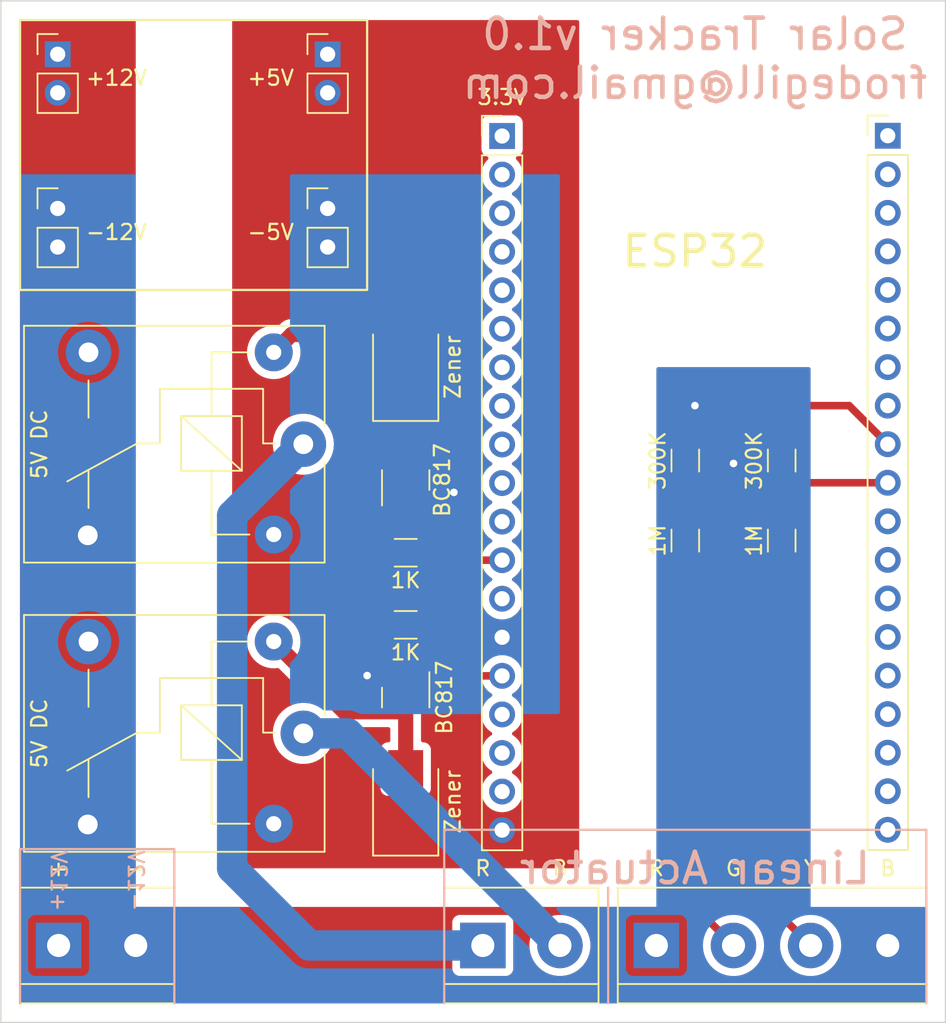
<source format=kicad_pcb>
(kicad_pcb (version 20211014) (generator pcbnew)
  (layers (0 "F.Cu" signal) (31 "B.Cu" signal) (34 "B.Paste" user) (35 "F.Paste" user) (36 "B.SilkS" user "B.Silkscreen") (37 "F.SilkS" user "F.Silkscreen") (38 "B.Mask" user) (39 "F.Mask" user) (44 "Edge.Cuts" user))
  (net 0 "")
  (net 1 "+5V")
  (net 2 "Net-(D1-Pad2)")
  (net 3 "Net-(D2-Pad2)")
  (net 4 "+12V")
  (net 5 "-12V")
  (net 6 "GND")
  (net 18 "Net-(J5-Pad12)")
  (net 20 "Net-(J5-Pad15)")
  (net 32 "Net-(J6-Pad9)")
  (net 33 "Net-(J6-Pad10)")
  (net 43 "Net-(J8-Pad1)")
  (net 44 "Net-(J8-Pad2)")
  (net 45 "Net-(J9-Pad2)")
  (net 46 "Net-(J9-Pad3)")
  (net 47 "Net-(Q1-Pad1)")
  (net 48 "Net-(Q2-Pad1)")
  (footprint "Diode_SMD:D_SMB" (layer "F.Cu") (at 87.63 104.8307 90)
    (fp_text reference "D2" hide)
    (fp_text value "Zener" (at 0 3.1 90) (layer "F.SilkS"))
    (fp_line (start -3.55 -2.15) (end -3.55 2.15) (layer "F.SilkS") (width 0.12))
    (fp_line (start -3.55 -2.15) (end 2.15 -2.15) (layer "F.SilkS") (width 0.12))
    (fp_line (start -3.55 2.15) (end 2.15 2.15) (layer "F.SilkS") (width 0.12))
    (pad "1" smd rect (at -2.15 0 90) (size 2.5 2.3) (layers "F.Cu" "F.Paste" "F.Mask") (net 1 "+5V"))
    (pad "2" smd rect (at 2.15 0 90) (size 2.5 2.3) (layers "F.Cu" "F.Paste" "F.Mask") (net 3 "Net-(D2-Pad2)"))
  )
  (footprint "Resistor_SMD:R_1206_3216Metric" (layer "F.Cu") (at 112.395 87.63 -90)
    (fp_text reference "R6" hide)
    (fp_text value "1M" (at 0 1.82 90) (layer "F.SilkS"))
    (fp_line (start -0.727064 -0.91) (end 0.727064 -0.91) (layer "F.SilkS") (width 0.12))
    (fp_line (start -0.727064 0.91) (end 0.727064 0.91) (layer "F.SilkS") (width 0.12))
    (pad "1" smd roundrect (at -1.4625 0 270) (size 1.125 1.75) (layers "F.Cu" "F.Paste" "F.Mask") (roundrect_rratio 0.2222222222) (net 33 "Net-(J6-Pad10)"))
    (pad "2" smd roundrect (at 1.4625 0 270) (size 1.125 1.75) (layers "F.Cu" "F.Paste" "F.Mask") (roundrect_rratio 0.2222222222) (net 46 "Net-(J9-Pad3)"))
  )
  (footprint "Resistor_SMD:R_1206_3216Metric" (layer "F.Cu") (at 112.395 82.3575 -90)
    (fp_text reference "R5" hide)
    (fp_text value "300K" (at 0 1.82 90) (layer "F.SilkS"))
    (fp_line (start -0.727064 -0.91) (end 0.727064 -0.91) (layer "F.SilkS") (width 0.12))
    (fp_line (start -0.727064 0.91) (end 0.727064 0.91) (layer "F.SilkS") (width 0.12))
    (pad "1" smd roundrect (at -1.4625 0 270) (size 1.125 1.75) (layers "F.Cu" "F.Paste" "F.Mask") (roundrect_rratio 0.2222222222) (net 5 "-12V"))
    (pad "2" smd roundrect (at 1.4625 0 270) (size 1.125 1.75) (layers "F.Cu" "F.Paste" "F.Mask") (roundrect_rratio 0.2222222222) (net 33 "Net-(J6-Pad10)"))
  )
  (footprint "Connector_PinHeader_2.54mm:PinHeader_1x02_P2.54mm_Vertical" (layer "F.Cu") (at 64.71 65.7525)
    (fp_text reference "J2" hide)
    (fp_text value "Conn_01x02_Female" hide)
    (fp_line (start -1.33 -1.33) (end 0 -1.33) (layer "F.SilkS") (width 0.12))
    (fp_line (start -1.33 0) (end -1.33 -1.33) (layer "F.SilkS") (width 0.12))
    (fp_line (start -1.33 3.87) (end 1.33 3.87) (layer "F.SilkS") (width 0.12))
    (fp_line (start -1.33 1.27) (end -1.33 3.87) (layer "F.SilkS") (width 0.12))
    (fp_line (start -1.33 1.27) (end 1.33 1.27) (layer "F.SilkS") (width 0.12))
    (fp_line (start 1.33 1.27) (end 1.33 3.87) (layer "F.SilkS") (width 0.12))
    (pad "1" thru_hole rect (at 0 0) (size 1.7 1.7) (drill 1) (layers *.Cu *.Mask) (net 5 "-12V"))
    (pad "2" thru_hole oval (at 0 2.54) (size 1.7 1.7) (drill 1) (layers *.Cu *.Mask) (net 5 "-12V"))
  )
  (footprint "Resistor_SMD:R_1206_3216Metric" (layer "F.Cu") (at 106.045 82.3575 -90)
    (fp_text reference "R3" hide)
    (fp_text value "300K" (at 0 1.82 90) (layer "F.SilkS"))
    (fp_line (start -0.727064 0.91) (end 0.727064 0.91) (layer "F.SilkS") (width 0.12))
    (fp_line (start -0.727064 -0.91) (end 0.727064 -0.91) (layer "F.SilkS") (width 0.12))
    (pad "1" smd roundrect (at -1.4625 0 270) (size 1.125 1.75) (layers "F.Cu" "F.Paste" "F.Mask") (roundrect_rratio 0.2222222222) (net 5 "-12V"))
    (pad "2" smd roundrect (at 1.4625 0 270) (size 1.125 1.75) (layers "F.Cu" "F.Paste" "F.Mask") (roundrect_rratio 0.2222222222) (net 32 "Net-(J6-Pad9)"))
  )
  (footprint "TerminalBlock:TerminalBlock_bornier-4_P5.08mm" (layer "F.Cu") (at 104.14 114.3)
    (fp_text reference "J9" hide)
    (fp_text value "Conn_01x04_Male" hide)
    (fp_line (start -2.54 -3.81) (end -2.54 3.81) (layer "F.SilkS") (width 0.12))
    (fp_line (start -2.54 -3.81) (end 17.78 -3.81) (layer "F.SilkS") (width 0.12))
    (fp_line (start -2.54 3.81) (end 17.78 3.81) (layer "F.SilkS") (width 0.12))
    (fp_line (start 17.78 2.54) (end -2.54 2.54) (layer "F.SilkS") (width 0.12))
    (fp_line (start 17.78 3.81) (end 17.78 -3.81) (layer "F.SilkS") (width 0.12))
    (pad "1" thru_hole rect (at 0 0) (size 3 3) (drill 1.52) (layers *.Cu *.Mask) (net 4 "+12V"))
    (pad "2" thru_hole circle (at 5.08 0) (size 3 3) (drill 1.52) (layers *.Cu *.Mask) (net 45 "Net-(J9-Pad2)"))
    (pad "3" thru_hole circle (at 10.16 0) (size 3 3) (drill 1.52) (layers *.Cu *.Mask) (net 46 "Net-(J9-Pad3)"))
    (pad "4" thru_hole circle (at 15.24 0) (size 3 3) (drill 1.52) (layers *.Cu *.Mask) (net 5 "-12V"))
  )
  (footprint "Diode_SMD:D_SMB" (layer "F.Cu") (at 87.63 76.2 90)
    (fp_text reference "D1" hide)
    (fp_text value "Zener" (at 0 3.1 90) (layer "F.SilkS"))
    (fp_line (start -3.55 -2.15) (end -3.55 2.15) (layer "F.SilkS") (width 0.12))
    (fp_line (start -3.55 2.15) (end 2.15 2.15) (layer "F.SilkS") (width 0.12))
    (fp_line (start -3.55 -2.15) (end 2.15 -2.15) (layer "F.SilkS") (width 0.12))
    (pad "1" smd rect (at -2.15 0 90) (size 2.5 2.3) (layers "F.Cu" "F.Paste" "F.Mask") (net 1 "+5V"))
    (pad "2" smd rect (at 2.15 0 90) (size 2.5 2.3) (layers "F.Cu" "F.Paste" "F.Mask") (net 2 "Net-(D1-Pad2)"))
  )
  (footprint "Connector_PinHeader_2.54mm:PinHeader_1x02_P2.54mm_Vertical" (layer "F.Cu") (at 64.71 55.5925)
    (fp_text reference "J1" hide)
    (fp_text value "Conn_01x02_Female" hide)
    (fp_line (start -1.33 1.27) (end -1.33 3.87) (layer "F.SilkS") (width 0.12))
    (fp_line (start -1.33 0) (end -1.33 -1.33) (layer "F.SilkS") (width 0.12))
    (fp_line (start -1.33 1.27) (end 1.33 1.27) (layer "F.SilkS") (width 0.12))
    (fp_line (start -1.33 3.87) (end 1.33 3.87) (layer "F.SilkS") (width 0.12))
    (fp_line (start 1.33 1.27) (end 1.33 3.87) (layer "F.SilkS") (width 0.12))
    (fp_line (start -1.33 -1.33) (end 0 -1.33) (layer "F.SilkS") (width 0.12))
    (pad "1" thru_hole rect (at 0 0) (size 1.7 1.7) (drill 1) (layers *.Cu *.Mask) (net 4 "+12V"))
    (pad "2" thru_hole oval (at 0 2.54) (size 1.7 1.7) (drill 1) (layers *.Cu *.Mask) (net 4 "+12V"))
  )
  (footprint "TerminalBlock:TerminalBlock_bornier-2_P5.08mm" (layer "F.Cu") (at 64.77 114.3)
    (fp_text reference "J7" hide)
    (fp_text value "Conn_01x02_Male" hide)
    (fp_line (start 7.62 3.81) (end 7.62 -3.81) (layer "F.SilkS") (width 0.12))
    (fp_line (start 7.62 2.54) (end -2.54 2.54) (layer "F.SilkS") (width 0.12))
    (fp_line (start -2.54 3.81) (end 7.62 3.81) (layer "F.SilkS") (width 0.12))
    (fp_line (start 7.62 -3.81) (end -2.54 -3.81) (layer "F.SilkS") (width 0.12))
    (fp_line (start -2.54 -3.81) (end -2.54 3.81) (layer "F.SilkS") (width 0.12))
    (pad "1" thru_hole rect (at 0 0) (size 3 3) (drill 1.52) (layers *.Cu *.Mask) (net 4 "+12V"))
    (pad "2" thru_hole circle (at 5.08 0) (size 3 3) (drill 1.52) (layers *.Cu *.Mask) (net 5 "-12V"))
  )
  (footprint "Connector_PinHeader_2.54mm:PinHeader_1x19_P2.54mm_Vertical" (layer "F.Cu") (at 119.38 60.96)
    (fp_text reference "J6" hide)
    (fp_text value "Conn_01x19_Female" hide)
    (fp_line (start -1.33 0) (end -1.33 -1.33) (layer "F.SilkS") (width 0.12))
    (fp_line (start -1.33 1.27) (end 1.33 1.27) (layer "F.SilkS") (width 0.12))
    (fp_line (start -1.33 1.27) (end -1.33 47.05) (layer "F.SilkS") (width 0.12))
    (fp_line (start -1.33 -1.33) (end 0 -1.33) (layer "F.SilkS") (width 0.12))
    (fp_line (start 1.33 1.27) (end 1.33 47.05) (layer "F.SilkS") (width 0.12))
    (fp_line (start -1.33 47.05) (end 1.33 47.05) (layer "F.SilkS") (width 0.12))
    (pad "1" thru_hole rect (at 0 0) (size 1.7 1.7) (drill 1) (layers *.Cu *.Mask))
    (pad "2" thru_hole oval (at 0 2.54) (size 1.7 1.7) (drill 1) (layers *.Cu *.Mask))
    (pad "3" thru_hole oval (at 0 5.08) (size 1.7 1.7) (drill 1) (layers *.Cu *.Mask))
    (pad "4" thru_hole oval (at 0 7.62) (size 1.7 1.7) (drill 1) (layers *.Cu *.Mask))
    (pad "5" thru_hole oval (at 0 10.16) (size 1.7 1.7) (drill 1) (layers *.Cu *.Mask))
    (pad "6" thru_hole oval (at 0 12.7) (size 1.7 1.7) (drill 1) (layers *.Cu *.Mask))
    (pad "7" thru_hole oval (at 0 15.24) (size 1.7 1.7) (drill 1) (layers *.Cu *.Mask))
    (pad "8" thru_hole oval (at 0 17.78) (size 1.7 1.7) (drill 1) (layers *.Cu *.Mask))
    (pad "9" thru_hole oval (at 0 20.32) (size 1.7 1.7) (drill 1) (layers *.Cu *.Mask) (net 32 "Net-(J6-Pad9)"))
    (pad "10" thru_hole oval (at 0 22.86) (size 1.7 1.7) (drill 1) (layers *.Cu *.Mask) (net 33 "Net-(J6-Pad10)"))
    (pad "11" thru_hole oval (at 0 25.4) (size 1.7 1.7) (drill 1) (layers *.Cu *.Mask))
    (pad "12" thru_hole oval (at 0 27.94) (size 1.7 1.7) (drill 1) (layers *.Cu *.Mask))
    (pad "13" thru_hole oval (at 0 30.48) (size 1.7 1.7) (drill 1) (layers *.Cu *.Mask))
    (pad "14" thru_hole oval (at 0 33.02) (size 1.7 1.7) (drill 1) (layers *.Cu *.Mask))
    (pad "15" thru_hole oval (at 0 35.56) (size 1.7 1.7) (drill 1) (layers *.Cu *.Mask))
    (pad "16" thru_hole oval (at 0 38.1) (size 1.7 1.7) (drill 1) (layers *.Cu *.Mask))
    (pad "17" thru_hole oval (at 0 40.64) (size 1.7 1.7) (drill 1) (layers *.Cu *.Mask))
    (pad "18" thru_hole oval (at 0 43.18) (size 1.7 1.7) (drill 1) (layers *.Cu *.Mask))
    (pad "19" thru_hole oval (at 0 45.72) (size 1.7 1.7) (drill 1) (layers *.Cu *.Mask))
  )
  (footprint "TerminalBlock:TerminalBlock_bornier-2_P5.08mm" (layer "F.Cu") (at 92.71 114.3)
    (fp_text reference "J8" hide)
    (fp_text value "Conn_01x02_Male" hide)
    (fp_line (start 7.62 -3.81) (end -2.54 -3.81) (layer "F.SilkS") (width 0.12))
    (fp_line (start -2.54 3.81) (end 7.62 3.81) (layer "F.SilkS") (width 0.12))
    (fp_line (start 7.62 2.54) (end -2.54 2.54) (layer "F.SilkS") (width 0.12))
    (fp_line (start -2.54 -3.81) (end -2.54 3.81) (layer "F.SilkS") (width 0.12))
    (fp_line (start 7.62 3.81) (end 7.62 -3.81) (layer "F.SilkS") (width 0.12))
    (pad "1" thru_hole rect (at 0 0) (size 3 3) (drill 1.52) (layers *.Cu *.Mask) (net 43 "Net-(J8-Pad1)"))
    (pad "2" thru_hole circle (at 5.08 0) (size 3 3) (drill 1.52) (layers *.Cu *.Mask) (net 44 "Net-(J8-Pad2)"))
  )
  (footprint "Connector_PinHeader_2.54mm:PinHeader_1x02_P2.54mm_Vertical" (layer "F.Cu") (at 82.49 65.7525)
    (fp_text reference "J4" hide)
    (fp_text value "Conn_01x02_Female" hide)
    (fp_line (start -1.33 0) (end -1.33 -1.33) (layer "F.SilkS") (width 0.12))
    (fp_line (start 1.33 1.27) (end 1.33 3.87) (layer "F.SilkS") (width 0.12))
    (fp_line (start -1.33 -1.33) (end 0 -1.33) (layer "F.SilkS") (width 0.12))
    (fp_line (start -1.33 3.87) (end 1.33 3.87) (layer "F.SilkS") (width 0.12))
    (fp_line (start -1.33 1.27) (end -1.33 3.87) (layer "F.SilkS") (width 0.12))
    (fp_line (start -1.33 1.27) (end 1.33 1.27) (layer "F.SilkS") (width 0.12))
    (pad "1" thru_hole rect (at 0 0) (size 1.7 1.7) (drill 1) (layers *.Cu *.Mask) (net 6 "GND"))
    (pad "2" thru_hole oval (at 0 2.54) (size 1.7 1.7) (drill 1) (layers *.Cu *.Mask) (net 6 "GND"))
  )
  (footprint "Relay_THT:Relay_SPDT_SANYOU_SRD_Series_Form_C" (layer "F.Cu") (at 80.89 100.33 180)
    (fp_text reference "K2" hide)
    (fp_text value "SANYOU_SRD_Form_C" hide)
    (fp_line (start -1.4 1.2) (end -1.4 7.8) (layer "F.SilkS") (width 0.12))
    (fp_line (start 6.05 -5.95) (end 6.05 -1.75) (layer "F.SilkS") (width 0.12))
    (fp_line (start 18.4 7.8) (end -1.4 7.8) (layer "F.SilkS") (width 0.12))
    (fp_line (start 2.65 0.05) (end 2.65 3.65) (layer "F.SilkS") (width 0.12))
    (fp_line (start 14.15 -4.2) (end 14.15 -1.7) (layer "F.SilkS") (width 0.12))
    (fp_line (start 8.05 -1.75) (end 8.05 1.85) (layer "F.SilkS") (width 0.12))
    (fp_line (start 8.05 1.85) (end 4.05 -1.75) (layer "F.SilkS") (width 0.12))
    (fp_line (start 18.4 -7.8) (end 18.4 7.8) (layer "F.SilkS") (width 0.12))
    (fp_line (start 2.65 0.05) (end 1.85 0.05) (layer "F.SilkS") (width 0.12))
    (fp_line (start 4.05 -1.75) (end 8.05 -1.75) (layer "F.SilkS") (width 0.12))
    (fp_line (start 9.45 0.05) (end 9.45 3.65) (layer "F.SilkS") (width 0.12))
    (fp_line (start -1.4 -7.8) (end -1.4 -1.2) (layer "F.SilkS") (width 0.12))
    (fp_line (start 3.55 6.05) (end 6.05 6.05) (layer "F.SilkS") (width 0.12))
    (fp_line (start 14.15 4.2) (end 14.15 1.75) (layer "F.SilkS") (width 0.12))
    (fp_line (start 4.05 1.85) (end 4.05 -1.75) (layer "F.SilkS") (width 0.12))
    (fp_line (start 9.45 0.05) (end 10.95 0.05) (layer "F.SilkS") (width 0.12))
    (fp_line (start 6.05 -5.95) (end 3.55 -5.95) (layer "F.SilkS") (width 0.12))
    (fp_line (start 8.05 1.85) (end 4.05 1.85) (layer "F.SilkS") (width 0.12))
    (fp_line (start -1.4 -7.8) (end 18.4 -7.8) (layer "F.SilkS") (width 0.12))
    (fp_line (start 10.95 0.05) (end 15.55 -2.45) (layer "F.SilkS") (width 0.12))
    (fp_line (start 9.45 3.65) (end 2.65 3.65) (layer "F.SilkS") (width 0.12))
    (fp_line (start 6.05 1.85) (end 6.05 6.05) (layer "F.SilkS") (width 0.12))
    (pad "1" thru_hole circle (at 0 0 270) (size 3 3) (drill 1.3) (layers *.Cu *.Mask) (net 44 "Net-(J8-Pad2)"))
    (pad "2" thru_hole circle (at 1.95 6.05 270) (size 2.5 2.5) (drill 1) (layers *.Cu *.Mask) (net 3 "Net-(D2-Pad2)"))
    (pad "3" thru_hole circle (at 14.15 6.05 270) (size 3 3) (drill 1.3) (layers *.Cu *.Mask) (net 4 "+12V"))
    (pad "4" thru_hole circle (at 14.2 -6 270) (size 3 3) (drill 1.3) (layers *.Cu *.Mask) (net 5 "-12V"))
    (pad "5" thru_hole circle (at 1.95 -5.95 270) (size 2.5 2.5) (drill 1) (layers *.Cu *.Mask) (net 1 "+5V"))
  )
  (footprint "Resistor_SMD:R_1206_3216Metric" (layer "F.Cu") (at 87.63 93.18)
    (fp_text reference "R2" hide)
    (fp_text value "1K" (at 0 1.82) (layer "F.SilkS"))
    (fp_line (start -0.727064 -0.91) (end 0.727064 -0.91) (layer "F.SilkS") (width 0.12))
    (fp_line (start -0.727064 0.91) (end 0.727064 0.91) (layer "F.SilkS") (width 0.12))
    (pad "1" smd roundrect (at -1.4625 0) (size 1.125 1.75) (layers "F.Cu" "F.Paste" "F.Mask") (roundrect_rratio 0.2222222222) (net 48 "Net-(Q2-Pad1)"))
    (pad "2" smd roundrect (at 1.4625 0) (size 1.125 1.75) (layers "F.Cu" "F.Paste" "F.Mask") (roundrect_rratio 0.2222222222) (net 20 "Net-(J5-Pad15)"))
  )
  (footprint "Package_TO_SOT_SMD:SOT-23" (layer "F.Cu") (at 87.63 83.64 90)
    (fp_text reference "Q1" hide)
    (fp_text value "BC817" (at 0 2.4 90) (layer "F.SilkS"))
    (fp_line (start 0 1.56) (end 0.65 1.56) (layer "F.SilkS") (width 0.12))
    (fp_line (start 0 -1.56) (end -1.675 -1.56) (layer "F.SilkS") (width 0.12))
    (fp_line (start 0 -1.56) (end 0.65 -1.56) (layer "F.SilkS") (width 0.12))
    (fp_line (start 0 1.56) (end -0.65 1.56) (layer "F.SilkS") (width 0.12))
    (pad "1" smd roundrect (at -0.9375 -0.95 90) (size 1.475 0.6) (layers "F.Cu" "F.Paste" "F.Mask") (net 47 "Net-(Q1-Pad1)"))
    (pad "2" smd roundrect (at -0.9375 0.95 90) (size 1.475 0.6) (layers "F.Cu" "F.Paste" "F.Mask") (net 6 "GND"))
    (pad "3" smd roundrect (at 0.9375 0 90) (size 1.475 0.6) (layers "F.Cu" "F.Paste" "F.Mask") (net 2 "Net-(D1-Pad2)"))
  )
  (footprint "Relay_THT:Relay_SPDT_SANYOU_SRD_Series_Form_C" (layer "F.Cu") (at 80.89 81.28 180)
    (fp_text reference "K1" hide)
    (fp_text value "SANYOU_SRD_Form_C" hide)
    (fp_line (start 3.55 6.05) (end 6.05 6.05) (layer "F.SilkS") (width 0.12))
    (fp_line (start 14.15 4.2) (end 14.15 1.75) (layer "F.SilkS") (width 0.12))
    (fp_line (start 2.65 0.05) (end 2.65 3.65) (layer "F.SilkS") (width 0.12))
    (fp_line (start 18.4 7.8) (end -1.4 7.8) (layer "F.SilkS") (width 0.12))
    (fp_line (start 10.95 0.05) (end 15.55 -2.45) (layer "F.SilkS") (width 0.12))
    (fp_line (start 2.65 0.05) (end 1.85 0.05) (layer "F.SilkS") (width 0.12))
    (fp_line (start 6.05 -5.95) (end 3.55 -5.95) (layer "F.SilkS") (width 0.12))
    (fp_line (start 8.05 1.85) (end 4.05 1.85) (layer "F.SilkS") (width 0.12))
    (fp_line (start 9.45 0.05) (end 10.95 0.05) (layer "F.SilkS") (width 0.12))
    (fp_line (start 14.15 -4.2) (end 14.15 -1.7) (layer "F.SilkS") (width 0.12))
    (fp_line (start 8.05 -1.75) (end 8.05 1.85) (layer "F.SilkS") (width 0.12))
    (fp_line (start -1.4 -7.8) (end -1.4 -1.2) (layer "F.SilkS") (width 0.12))
    (fp_line (start 8.05 1.85) (end 4.05 -1.75) (layer "F.SilkS") (width 0.12))
    (fp_line (start 6.05 -5.95) (end 6.05 -1.75) (layer "F.SilkS") (width 0.12))
    (fp_line (start 4.05 1.85) (end 4.05 -1.75) (layer "F.SilkS") (width 0.12))
    (fp_line (start 9.45 3.65) (end 2.65 3.65) (layer "F.SilkS") (width 0.12))
    (fp_line (start 4.05 -1.75) (end 8.05 -1.75) (layer "F.SilkS") (width 0.12))
    (fp_line (start 6.05 1.85) (end 6.05 6.05) (layer "F.SilkS") (width 0.12))
    (fp_line (start -1.4 -7.8) (end 18.4 -7.8) (layer "F.SilkS") (width 0.12))
    (fp_line (start 18.4 -7.8) (end 18.4 7.8) (layer "F.SilkS") (width 0.12))
    (fp_line (start -1.4 1.2) (end -1.4 7.8) (layer "F.SilkS") (width 0.12))
    (fp_line (start 9.45 0.05) (end 9.45 3.65) (layer "F.SilkS") (width 0.12))
    (pad "1" thru_hole circle (at 0 0 270) (size 3 3) (drill 1.3) (layers *.Cu *.Mask) (net 43 "Net-(J8-Pad1)"))
    (pad "2" thru_hole circle (at 1.95 6.05 270) (size 2.5 2.5) (drill 1) (layers *.Cu *.Mask) (net 2 "Net-(D1-Pad2)"))
    (pad "3" thru_hole circle (at 14.15 6.05 270) (size 3 3) (drill 1.3) (layers *.Cu *.Mask) (net 4 "+12V"))
    (pad "4" thru_hole circle (at 14.2 -6 270) (size 3 3) (drill 1.3) (layers *.Cu *.Mask) (net 5 "-12V"))
    (pad "5" thru_hole circle (at 1.95 -5.95 270) (size 2.5 2.5) (drill 1) (layers *.Cu *.Mask) (net 1 "+5V"))
  )
  (footprint "Connector_PinHeader_2.54mm:PinHeader_1x19_P2.54mm_Vertical" (layer "F.Cu") (at 93.98 60.98)
    (fp_text reference "J5" hide)
    (fp_text value "Conn_01x19_Female" hide)
    (fp_line (start -1.33 -1.33) (end 0 -1.33) (layer "F.SilkS") (width 0.12))
    (fp_line (start 1.33 1.27) (end 1.33 47.05) (layer "F.SilkS") (width 0.12))
    (fp_line (start -1.33 47.05) (end 1.33 47.05) (layer "F.SilkS") (width 0.12))
    (fp_line (start -1.33 1.27) (end 1.33 1.27) (layer "F.SilkS") (width 0.12))
    (fp_line (start -1.33 1.27) (end -1.33 47.05) (layer "F.SilkS") (width 0.12))
    (fp_line (start -1.33 0) (end -1.33 -1.33) (layer "F.SilkS") (width 0.12))
    (pad "1" thru_hole rect (at 0 0) (size 1.7 1.7) (drill 1) (layers *.Cu *.Mask))
    (pad "2" thru_hole oval (at 0 2.54) (size 1.7 1.7) (drill 1) (layers *.Cu *.Mask))
    (pad "3" thru_hole oval (at 0 5.08) (size 1.7 1.7) (drill 1) (layers *.Cu *.Mask))
    (pad "4" thru_hole oval (at 0 7.62) (size 1.7 1.7) (drill 1) (layers *.Cu *.Mask))
    (pad "5" thru_hole oval (at 0 10.16) (size 1.7 1.7) (drill 1) (layers *.Cu *.Mask))
    (pad "6" thru_hole oval (at 0 12.7) (size 1.7 1.7) (drill 1) (layers *.Cu *.Mask))
    (pad "7" thru_hole oval (at 0 15.24) (size 1.7 1.7) (drill 1) (layers *.Cu *.Mask))
    (pad "8" thru_hole oval (at 0 17.78) (size 1.7 1.7) (drill 1) (layers *.Cu *.Mask))
    (pad "9" thru_hole oval (at 0 20.32) (size 1.7 1.7) (drill 1) (layers *.Cu *.Mask))
    (pad "10" thru_hole oval (at 0 22.86) (size 1.7 1.7) (drill 1) (layers *.Cu *.Mask))
    (pad "11" thru_hole oval (at 0 25.4) (size 1.7 1.7) (drill 1) (layers *.Cu *.Mask))
    (pad "12" thru_hole oval (at 0 27.94) (size 1.7 1.7) (drill 1) (layers *.Cu *.Mask) (net 18 "Net-(J5-Pad12)"))
    (pad "13" thru_hole oval (at 0 30.48) (size 1.7 1.7) (drill 1) (layers *.Cu *.Mask))
    (pad "14" thru_hole oval (at 0 33.02) (size 1.7 1.7) (drill 1) (layers *.Cu *.Mask) (net 6 "GND"))
    (pad "15" thru_hole oval (at 0 35.56) (size 1.7 1.7) (drill 1) (layers *.Cu *.Mask) (net 20 "Net-(J5-Pad15)"))
    (pad "16" thru_hole oval (at 0 38.1) (size 1.7 1.7) (drill 1) (layers *.Cu *.Mask))
    (pad "17" thru_hole oval (at 0 40.64) (size 1.7 1.7) (drill 1) (layers *.Cu *.Mask))
    (pad "18" thru_hole oval (at 0 43.18) (size 1.7 1.7) (drill 1) (layers *.Cu *.Mask))
    (pad "19" thru_hole oval (at 0 45.72) (size 1.7 1.7) (drill 1) (layers *.Cu *.Mask) (net 1 "+5V"))
  )
  (footprint "Package_TO_SOT_SMD:SOT-23" (layer "F.Cu") (at 87.63 97.97 -90)
    (fp_text reference "Q2" hide)
    (fp_text value "BC817" (at 0 -2.54 90) (layer "F.SilkS"))
    (fp_line (start 0 -1.56) (end -1.675 -1.56) (layer "F.SilkS") (width 0.12))
    (fp_line (start 0 1.56) (end 0.65 1.56) (layer "F.SilkS") (width 0.12))
    (fp_line (start 0 -1.56) (end 0.65 -1.56) (layer "F.SilkS") (width 0.12))
    (fp_line (start 0 1.56) (end -0.65 1.56) (layer "F.SilkS") (width 0.12))
    (pad "1" smd roundrect (at -0.9375 -0.95 270) (size 1.475 0.6) (layers "F.Cu" "F.Paste" "F.Mask") (net 48 "Net-(Q2-Pad1)"))
    (pad "2" smd roundrect (at -0.9375 0.95 270) (size 1.475 0.6) (layers "F.Cu" "F.Paste" "F.Mask") (net 6 "GND"))
    (pad "3" smd roundrect (at 0.9375 0 270) (size 1.475 0.6) (layers "F.Cu" "F.Paste" "F.Mask") (net 3 "Net-(D2-Pad2)"))
  )
  (footprint "Connector_PinHeader_2.54mm:PinHeader_1x02_P2.54mm_Vertical" (layer "F.Cu") (at 82.49 55.5925)
    (fp_text reference "J3" hide)
    (fp_text value "Conn_01x02_Female" hide)
    (fp_line (start -1.33 3.87) (end 1.33 3.87) (layer "F.SilkS") (width 0.12))
    (fp_line (start -1.33 1.27) (end 1.33 1.27) (layer "F.SilkS") (width 0.12))
    (fp_line (start -1.33 0) (end -1.33 -1.33) (layer "F.SilkS") (width 0.12))
    (fp_line (start 1.33 1.27) (end 1.33 3.87) (layer "F.SilkS") (width 0.12))
    (fp_line (start -1.33 1.27) (end -1.33 3.87) (layer "F.SilkS") (width 0.12))
    (fp_line (start -1.33 -1.33) (end 0 -1.33) (layer "F.SilkS") (width 0.12))
    (pad "1" thru_hole rect (at 0 0) (size 1.7 1.7) (drill 1) (layers *.Cu *.Mask) (net 1 "+5V"))
    (pad "2" thru_hole oval (at 0 2.54) (size 1.7 1.7) (drill 1) (layers *.Cu *.Mask) (net 1 "+5V"))
  )
  (footprint "Resistor_SMD:R_1206_3216Metric" (layer "F.Cu") (at 106.045 87.63 -90)
    (fp_text reference "R4" hide)
    (fp_text value "1M" (at 0 1.82 90) (layer "F.SilkS"))
    (fp_line (start -0.727064 -0.91) (end 0.727064 -0.91) (layer "F.SilkS") (width 0.12))
    (fp_line (start -0.727064 0.91) (end 0.727064 0.91) (layer "F.SilkS") (width 0.12))
    (pad "1" smd roundrect (at -1.4625 0 270) (size 1.125 1.75) (layers "F.Cu" "F.Paste" "F.Mask") (roundrect_rratio 0.2222222222) (net 32 "Net-(J6-Pad9)"))
    (pad "2" smd roundrect (at 1.4625 0 270) (size 1.125 1.75) (layers "F.Cu" "F.Paste" "F.Mask") (roundrect_rratio 0.2222222222) (net 45 "Net-(J9-Pad2)"))
  )
  (footprint "Resistor_SMD:R_1206_3216Metric" (layer "F.Cu") (at 87.63 88.43)
    (fp_text reference "R1" hide)
    (fp_text value "1K" (at 0 1.82) (layer "F.SilkS"))
    (fp_line (start -0.727064 0.91) (end 0.727064 0.91) (layer "F.SilkS") (width 0.12))
    (fp_line (start -0.727064 -0.91) (end 0.727064 -0.91) (layer "F.SilkS") (width 0.12))
    (pad "1" smd roundrect (at -1.4625 0) (size 1.125 1.75) (layers "F.Cu" "F.Paste" "F.Mask") (roundrect_rratio 0.2222222222) (net 47 "Net-(Q1-Pad1)"))
    (pad "2" smd roundrect (at 1.4625 0) (size 1.125 1.75) (layers "F.Cu" "F.Paste" "F.Mask") (roundrect_rratio 0.2222222222) (net 18 "Net-(J5-Pad12)"))
  )
  (gr_line (start 121.92 118.11) (end 121.92 106.68) (layer "B.SilkS") (width 0.15))
  (gr_line (start 90.17 106.68) (end 90.17 118.11) (layer "B.SilkS") (width 0.15))
  (gr_line (start 72.39 118.11) (end 72.39 107.95) (layer "B.SilkS") (width 0.15))
  (gr_line (start 100.965 118.11) (end 100.965 110.49) (layer "B.SilkS") (width 0.15))
  (gr_line (start 62.23 107.95) (end 62.23 118.11) (layer "B.SilkS") (width 0.15))
  (gr_line (start 121.92 106.68) (end 90.17 106.68) (layer "B.SilkS") (width 0.15))
  (gr_line (start 72.39 107.95) (end 62.23 107.95) (layer "B.SilkS") (width 0.15))
  (gr_rect (start 62.23 53.34) (end 85.09 71.12) (layer "F.SilkS") (width 0.15) (fill none))
  (gr_line (start 60.96 119.38) (end 123.19 119.38) (layer "Edge.Cuts") (width 0.1))
  (gr_line (start 123.19 52.07) (end 60.96 52.07) (layer "Edge.Cuts") (width 0.1))
  (gr_line (start 60.96 52.07) (end 60.96 119.38) (layer "Edge.Cuts") (width 0.1))
  (gr_line (start 123.19 119.38) (end 123.19 52.07) (layer "Edge.Cuts") (width 0.1))
  (gr_text "Linear Actuator" (at 106.68 109.22) (layer "B.SilkS") (effects (font (size 2 2) (thickness 0.3)) (justify mirror)))
  (gr_text "+12V" (at 64.77 107.95 270) (layer "B.SilkS") (effects (font (size 1 1)) (justify right mirror)))
  (gr_text "Solar Tracker v1.0\nfrodegill@gmail.com" (at 106.68 55.88) (layer "B.SilkS") (effects (font (size 2 2) (thickness 0.3)) (justify mirror)))
  (gr_text "-12V" (at 69.85 107.95 270) (layer "B.SilkS") (effects (font (size 1 1)) (justify right mirror)))
  (gr_text "Y" (at 114.3 109.22) (layer "F.SilkS") (effects (font (size 1 1))))
  (gr_text "-12V" (at 68.58 67.31) (layer "F.SilkS") (effects (font (size 1 1))))
  (gr_text "R" (at 92.71 109.22) (layer "F.SilkS") (effects (font (size 1 1))))
  (gr_text "B" (at 119.38 109.22) (layer "F.SilkS") (effects (font (size 1 1))))
  (gr_text "5V DC" (at 63.5 100.33 90) (layer "F.SilkS") (effects (font (size 1 1))))
  (gr_text "-" (at 69.85 109.22) (layer "F.SilkS") (effects (font (size 1 1))))
  (gr_text "-5V" (at 78.74 67.31) (layer "F.SilkS") (effects (font (size 1 1))))
  (gr_text "3.3V" (at 93.98 58.42) (layer "F.SilkS") (effects (font (size 1 1))))
  (gr_text "+12V" (at 68.58 57.15) (layer "F.SilkS") (effects (font (size 1 1))))
  (gr_text "ESP32" (at 106.68 68.58) (layer "F.SilkS") (effects (font (size 2 2) (thickness 0.3))))
  (gr_text "+5V" (at 78.74 57.15) (layer "F.SilkS") (effects (font (size 1 1))))
  (gr_text "B" (at 97.79 109.22) (layer "F.SilkS") (effects (font (size 1 1))))
  (gr_text "+" (at 64.77 109.22) (layer "F.SilkS") (effects (font (size 1 1))))
  (gr_text "R" (at 104.14 109.22) (layer "F.SilkS") (effects (font (size 1 1))))
  (gr_text "5V DC" (at 63.5 81.28 90) (layer "F.SilkS") (effects (font (size 1 1))))
  (gr_text "G" (at 109.22 109.22) (layer "F.SilkS") (effects (font (size 1 1))))
  (segment (start 90.17 76.59) (end 90.17 80.1625) (width 1) (layer "F.Cu") (net 2))
  (segment (start 80.12 74.05) (end 78.94 75.23) (width 1) (layer "F.Cu") (net 2))
  (segment (start 87.63 74.05) (end 90.17 76.59) (width 1) (layer "F.Cu") (net 2))
  (segment (start 87.63 74.05) (end 80.12 74.05) (width 1) (layer "F.Cu") (net 2))
  (segment (start 90.17 80.1625) (end 87.63 82.7025) (width 1) (layer "F.Cu") (net 2))
  (segment (start 83.5675 98.9075) (end 87.63 98.9075) (width 1) (layer "F.Cu") (net 3))
  (segment (start 87.63 98.9075) (end 87.63 102.6807) (width 1) (layer "F.Cu") (net 3))
  (segment (start 78.94 94.28) (end 83.5675 98.9075) (width 1) (layer "F.Cu") (net 3))
  (segment (start 109.22 82.55) (end 110.74 82.55) (width 1) (layer "F.Cu") (net 5))
  (segment (start 106.045 80.895) (end 106.045 79.375) (width 1) (layer "F.Cu") (net 5))
  (segment (start 106.045 79.375) (end 106.68 78.74) (width 1) (layer "F.Cu") (net 5))
  (segment (start 110.74 82.55) (end 112.395 80.895) (width 1) (layer "F.Cu") (net 5))
  (via (at 106.68 78.74) (size 1) (drill 0.5) (layers "F.Cu" "B.Cu") (net 5))
  (via (at 109.22 82.55) (size 1) (drill 0.5) (layers "F.Cu" "B.Cu") (net 5))
  (segment (start 86.68 97.0325) (end 85.6025 97.0325) (width 1) (layer "F.Cu") (net 6))
  (segment (start 88.7025 84.455) (end 88.58 84.5775) (width 1) (layer "F.Cu") (net 6))
  (segment (start 85.6025 97.0325) (end 85.09 96.52) (width 1) (layer "F.Cu") (net 6))
  (segment (start 90.805 84.455) (end 88.7025 84.455) (width 1) (layer "F.Cu") (net 6))
  (via (at 90.805 84.455) (size 1) (drill 0.5) (layers "F.Cu" "B.Cu") (net 6))
  (via (at 85.09 96.52) (size 1) (drill 0.5) (layers "F.Cu" "B.Cu") (net 6))
  (segment (start 89.5825 88.92) (end 89.0925 88.43) (width 0.5) (layer "F.Cu") (net 18))
  (segment (start 93.98 88.92) (end 89.5825 88.92) (width 0.5) (layer "F.Cu") (net 18))
  (segment (start 93.98 96.54) (end 92.4525 96.54) (width 0.5) (layer "F.Cu") (net 20))
  (segment (start 92.4525 96.54) (end 89.0925 93.18) (width 0.5) (layer "F.Cu") (net 20))
  (segment (start 106.045 86.1675) (end 106.045 83.82) (width 0.5) (layer "F.Cu") (net 32))
  (segment (start 116.84 78.74) (end 119.38 81.28) (width 0.5) (layer "F.Cu") (net 32))
  (segment (start 111.125 78.74) (end 116.84 78.74) (width 0.5) (layer "F.Cu") (net 32))
  (segment (start 106.045 83.82) (end 111.125 78.74) (width 0.5) (layer "F.Cu") (net 32))
  (segment (start 112.395 83.82) (end 119.38 83.82) (width 0.5) (layer "F.Cu") (net 33))
  (segment (start 112.395 86.1675) (end 112.395 83.82) (width 0.5) (layer "F.Cu") (net 33))
  (segment (start 76.2 109.22) (end 76.2 85.97) (width 2) (layer "B.Cu") (net 43))
  (segment (start 92.71 114.3) (end 81.28 114.3) (width 2) (layer "B.Cu") (net 43))
  (segment (start 81.28 114.3) (end 76.2 109.22) (width 2) (layer "B.Cu") (net 43))
  (segment (start 76.2 85.97) (end 80.89 81.28) (width 2) (layer "B.Cu") (net 43))
  (segment (start 83.82 100.33) (end 80.89 100.33) (width 2) (layer "B.Cu") (net 44))
  (segment (start 97.79 114.3) (end 83.82 100.33) (width 2) (layer "B.Cu") (net 44))
  (segment (start 106.045 111.125) (end 109.22 114.3) (width 0.5) (layer "F.Cu") (net 45))
  (segment (start 106.045 89.0925) (end 106.045 111.125) (width 0.5) (layer "F.Cu") (net 45))
  (segment (start 112.395 89.0925) (end 112.395 112.395) (width 0.5) (layer "F.Cu") (net 46))
  (segment (start 112.395 112.395) (end 114.3 114.3) (width 0.5) (layer "F.Cu") (net 46))
  (segment (start 86.1675 85.09) (end 86.68 84.5775) (width 0.5) (layer "F.Cu") (net 47))
  (segment (start 86.1675 88.43) (end 86.1675 85.09) (width 0.5) (layer "F.Cu") (net 47))
  (segment (start 86.1675 94.62) (end 88.58 97.0325) (width 0.5) (layer "F.Cu") (net 48))
  (segment (start 86.1675 93.18) (end 86.1675 94.62) (width 0.5) (layer "F.Cu") (net 48))
  (zone (net 4) (net_name "+12V") (layer "F.Cu") (connect_pads yes (clearance 0.508)) (min_thickness 0.254) (fill yes (thermal_gap 0.508) (thermal_bridge_width 0.508))
    (polygon (pts (xy 69.85 111.76) (xy 106.68 111.76) (xy 106.68 118.11) (xy 62.23 118.11) (xy 62.23 53.34) (xy 69.85 53.34)))
  )
  (zone (net 1) (net_name "+5V") (layer "F.Cu") (connect_pads yes (clearance 0.508)) (min_thickness 0.254) (fill yes (thermal_gap 0.508) (thermal_bridge_width 0.508))
    (polygon (pts (xy 99.06 109.22) (xy 76.2 109.22) (xy 76.2 53.34) (xy 99.06 53.34)))
  )
  (zone (net 6) (net_name "GND") (layer "B.Cu") (connect_pads yes (clearance 0.508)) (min_thickness 0.254) (fill yes (thermal_gap 0.508) (thermal_bridge_width 0.508))
    (polygon (pts (xy 97.79 99.06) (xy 80.01 99.06) (xy 80.01 63.5) (xy 97.79 63.5)))
  )
  (zone (net 5) (net_name "-12V") (layer "B.Cu") (connect_pads yes (clearance 0.508)) (min_thickness 0.254) (fill yes (thermal_gap 0.508) (thermal_bridge_width 0.508))
    (polygon (pts (xy 69.85 111.76) (xy 104.14 111.76) (xy 104.14 76.2) (xy 114.3 76.2) (xy 114.3 111.76) (xy 121.92 111.76) (xy 121.92 118.11) (xy 62.23 118.11) (xy 62.23 63.5) (xy 69.85 63.5)))
  )
)
</source>
